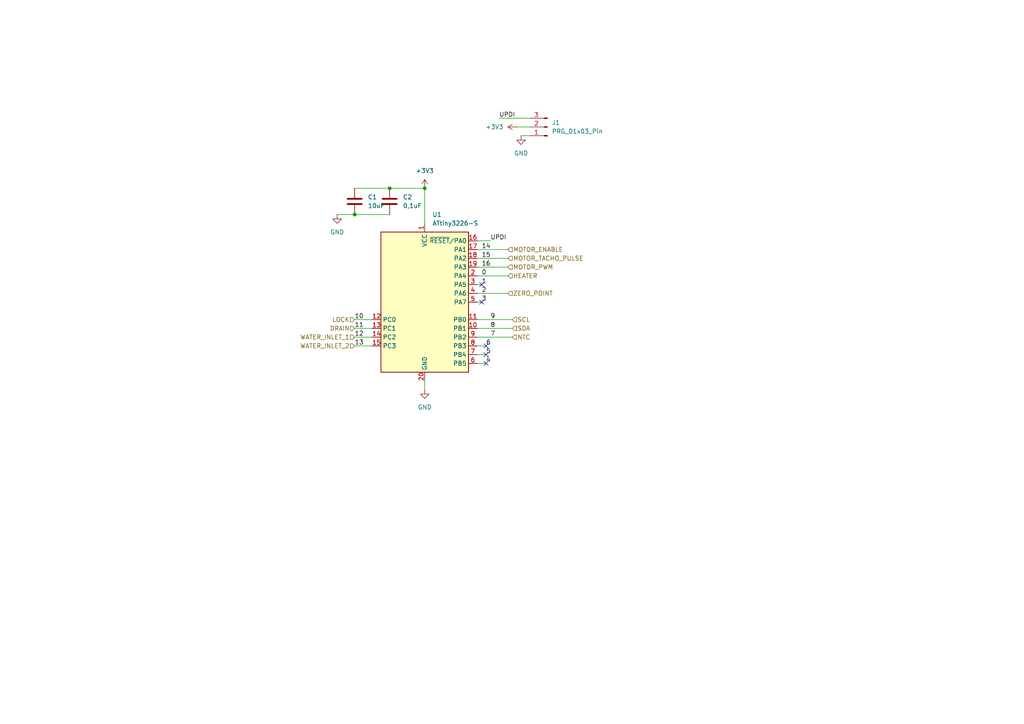
<source format=kicad_sch>
(kicad_sch (version 20231120) (generator "eeschema") (generator_version "8.0")
  (paper "A4")
  (lib_symbols
    (symbol "Connector:Conn_01x03_Pin" (pin_names (offset 1.016) hide)
      (property "Reference" "J" (at 0 5.08 0))
      (property "Value" "Conn_01x03_Pin" (at 0 -5.08 0))
      (symbol "Conn_01x03_Pin_1_1"
        (polyline (pts (xy 1.27 -2.54) (xy 0.8636 -2.54)) (stroke (width 0.1524)))
        (polyline (pts (xy 1.27 0) (xy 0.8636 0)) (stroke (width 0.1524)))
        (polyline (pts (xy 1.27 2.54) (xy 0.8636 2.54)) (stroke (width 0.1524)))
        (rectangle (start 0.8636 -2.413) (end 0 -2.667) (stroke (width 0.1524)) (fill (type outline)))
        (rectangle (start 0.8636 0.127) (end 0 -0.127) (stroke (width 0.1524)) (fill (type outline)))
        (rectangle (start 0.8636 2.667) (end 0 2.413) (stroke (width 0.1524)) (fill (type outline)))
        (pin passive line (at 5.08 2.54 180) (length 3.81) (name "Pin_1") (number "1"))
        (pin passive line (at 5.08 0 180) (length 3.81) (name "Pin_2") (number "2"))
        (pin passive line (at 5.08 -2.54 180) (length 3.81) (name "Pin_3") (number "3"))
      )
    )
    (symbol "Device:C" (pin_numbers hide) (pin_names (offset 0.254))
      (property "Reference" "C" (at 0.635 2.54 0))
      (property "Value" "C" (at 0.635 -2.54 0))
      (symbol "C_0_1"
        (polyline (pts (xy -2.032 -0.762) (xy 2.032 -0.762)) (stroke (width 0.508)))
        (polyline (pts (xy -2.032 0.762) (xy 2.032 0.762)) (stroke (width 0.508)))
      )
      (symbol "C_1_1"
        (pin passive line (at 0 3.81 270) (length 2.794) (name "~") (number "1"))
        (pin passive line (at 0 -3.81 90) (length 2.794) (name "~") (number "2"))
      )
    )
    (symbol "MCU_Microchip_ATtiny:ATtiny3226-S"
      (property "Reference" "U" (at -12.7 21.59 0))
      (property "Value" "ATtiny3226-S" (at 2.54 -21.59 0))
      (symbol "ATtiny3226-S_0_1"
        (rectangle (start -12.7 -20.32) (end 12.7 20.32) (stroke (width 0.254)) (fill (type background)))
      )
      (symbol "ATtiny3226-S_1_1"
        (pin power_in line (at 0 22.86 270) (length 2.54) (name "VCC") (number "1"))
        (pin bidirectional line (at 15.24 -7.62 180) (length 2.54) (name "PB1") (number "10"))
        (pin bidirectional line (at 15.24 -5.08 180) (length 2.54) (name "PB0") (number "11"))
        (pin bidirectional line (at -15.24 -5.08 0) (length 2.54) (name "PC0") (number "12"))
        (pin bidirectional line (at -15.24 -7.62 0) (length 2.54) (name "PC1") (number "13"))
        (pin bidirectional line (at -15.24 -10.16 0) (length 2.54) (name "PC2") (number "14"))
        (pin bidirectional line (at -15.24 -12.7 0) (length 2.54) (name "PC3") (number "15"))
        (pin bidirectional line (at 15.24 17.78 180) (length 2.54) (name "~{RESET}/PA0") (number "16"))
        (pin bidirectional line (at 15.24 15.24 180) (length 2.54) (name "PA1") (number "17"))
        (pin bidirectional line (at 15.24 12.7 180) (length 2.54) (name "PA2") (number "18"))
        (pin bidirectional line (at 15.24 10.16 180) (length 2.54) (name "PA3") (number "19"))
        (pin bidirectional line (at 15.24 7.62 180) (length 2.54) (name "PA4") (number "2"))
        (pin power_in line (at 0 -22.86 90) (length 2.54) (name "GND") (number "20"))
        (pin bidirectional line (at 15.24 5.08 180) (length 2.54) (name "PA5") (number "3"))
        (pin bidirectional line (at 15.24 2.54 180) (length 2.54) (name "PA6") (number "4"))
        (pin bidirectional line (at 15.24 0 180) (length 2.54) (name "PA7") (number "5"))
        (pin bidirectional line (at 15.24 -17.78 180) (length 2.54) (name "PB5") (number "6"))
        (pin bidirectional line (at 15.24 -15.24 180) (length 2.54) (name "PB4") (number "7"))
        (pin bidirectional line (at 15.24 -12.7 180) (length 2.54) (name "PB3") (number "8"))
        (pin bidirectional line (at 15.24 -10.16 180) (length 2.54) (name "PB2") (number "9"))
      )
    )
    (symbol "power:+3V3" (power) (pin_numbers hide) (pin_names (offset 0) hide)
      (property "Value" "+3V3" (at 0 3.556 0))
      (symbol "+3V3_0_1"
        (polyline (pts (xy -0.762 1.27) (xy 0 2.54)))
        (polyline (pts (xy 0 0) (xy 0 2.54)))
        (polyline (pts (xy 0 2.54) (xy 0.762 1.27)))
      )
      (symbol "+3V3_1_1"
        (pin power_in line (at 0 0 90) (length 0) (name "~") (number "1"))
      )
    )
    (symbol "power:GND" (power) (pin_numbers hide) (pin_names (offset 0) hide)
      (property "Value" "GND" (at 0 -3.81 0))
      (symbol "GND_0_1"
        (polyline (pts (xy 0 0) (xy 0 -1.27) (xy 1.27 -1.27) (xy 0 -2.54) (xy -1.27 -1.27) (xy 0 -1.27)))
      )
      (symbol "GND_1_1"
        (pin power_in line (at 0 0 270) (length 0) (name "~") (number "1"))
      )
    )
  )
  (junction (at 113.03 54.61))
  (junction (at 102.87 62.23))
  (junction (at 123.19 54.61))
  (no_connect (at 140.97 105.41))
  (no_connect (at 140.97 100.33))
  (no_connect (at 139.7 87.63))
  (no_connect (at 139.7 82.55))
  (no_connect (at 140.97 102.87))
  (wire (pts (xy 102.87 97.79) (xy 107.95 97.79)))
  (wire (pts (xy 102.87 54.61) (xy 113.03 54.61)))
  (wire (pts (xy 138.43 100.33) (xy 140.97 100.33)))
  (wire (pts (xy 138.43 105.41) (xy 140.97 105.41)))
  (wire (pts (xy 138.43 102.87) (xy 140.97 102.87)))
  (wire (pts (xy 138.43 74.93) (xy 147.32 74.93)))
  (wire (pts (xy 113.03 54.61) (xy 123.19 54.61)))
  (wire (pts (xy 138.43 95.25) (xy 148.59 95.25)))
  (wire (pts (xy 138.43 97.79) (xy 148.59 97.79)))
  (wire (pts (xy 138.43 80.01) (xy 147.32 80.01)))
  (wire (pts (xy 138.43 72.39) (xy 147.32 72.39)))
  (wire (pts (xy 102.87 100.33) (xy 107.95 100.33)))
  (wire (pts (xy 102.87 92.71) (xy 107.95 92.71)))
  (wire (pts (xy 102.87 62.23) (xy 113.03 62.23)))
  (wire (pts (xy 138.43 87.63) (xy 139.7 87.63)))
  (wire (pts (xy 151.13 39.37) (xy 153.67 39.37)))
  (wire (pts (xy 138.43 92.71) (xy 148.59 92.71)))
  (wire (pts (xy 138.43 82.55) (xy 139.7 82.55)))
  (wire (pts (xy 97.79 62.23) (xy 102.87 62.23)))
  (wire (pts (xy 138.43 77.47) (xy 147.32 77.47)))
  (wire (pts (xy 138.43 69.85) (xy 142.24 69.85)))
  (wire (pts (xy 138.43 85.09) (xy 147.32 85.09)))
  (wire (pts (xy 149.86 36.83) (xy 153.67 36.83)))
  (wire (pts (xy 123.19 54.61) (xy 123.19 64.77)))
  (wire (pts (xy 144.78 34.29) (xy 153.67 34.29)))
  (wire (pts (xy 102.87 95.25) (xy 107.95 95.25)))
  (wire (pts (xy 123.19 110.49) (xy 123.19 113.03)))
  (label "1" (at 139.7 82.55 0))
  (label "UPDI" (at 144.78 34.29 0))
  (label "11" (at 102.87 95.25 0))
  (label "15" (at 139.7 74.93 0))
  (label "7" (at 142.24 97.79 0))
  (label "16" (at 139.7 77.47 0))
  (label "6" (at 140.97 100.33 0))
  (label "4" (at 140.97 105.41 0))
  (label "8" (at 142.24 95.25 0))
  (label "10" (at 102.87 92.71 0))
  (label "0" (at 139.7 80.01 0))
  (label "2" (at 139.7 85.09 0))
  (label "12" (at 102.87 97.79 0))
  (label "9" (at 142.24 92.71 0))
  (label "13" (at 102.87 100.33 0))
  (label "5" (at 140.97 102.87 0))
  (label "14" (at 139.7 72.39 0))
  (label "UPDI" (at 142.24 69.85 0))
  (label "3" (at 139.7 87.63 0))
  (hierarchical_label "ZERO_POINT" (shape input) (at 147.32 85.09 0))
  (hierarchical_label "WATER_INLET_2" (shape input) (at 102.87 100.33 180))
  (hierarchical_label "SCL" (shape input) (at 148.59 92.71 0))
  (hierarchical_label "MOTOR_PWM" (shape input) (at 147.32 77.47 0))
  (hierarchical_label "LOCK" (shape input) (at 102.87 92.71 180))
  (hierarchical_label "NTC" (shape input) (at 148.59 97.79 0))
  (hierarchical_label "MOTOR_TACHO_PULSE" (shape input) (at 147.32 74.93 0))
  (hierarchical_label "DRAIN" (shape input) (at 102.87 95.25 180))
  (hierarchical_label "WATER_INLET_1" (shape input) (at 102.87 97.79 180))
  (hierarchical_label "MOTOR_ENABLE" (shape input) (at 147.32 72.39 0))
  (hierarchical_label "HEATER" (shape input) (at 147.32 80.01 0))
  (hierarchical_label "SDA" (shape input) (at 148.59 95.25 0))
  (symbol (lib_id "Device:C") (at 102.87 58.42 0) (unit 1)
    (property "Reference" "C1" (at 106.68 57.1499 0) (effects (justify left)))
    (property "Value" "10uF" (at 106.68 59.6899 0) (effects (justify left)))
    (property "Footprint" "Capacitor_THT:C_Disc_D3.0mm_W1.6mm_P2.50mm" (effects (hide yes)))
    (property "Description" "Unpolarized capacitor" (effects (hide yes)))
  )
  (symbol (lib_id "power:GND") (at 151.13 39.37 0) (unit 1)
    (property "Reference" "#PWR02" (effects (hide yes)))
    (property "Value" "GND" (at 151.13 44.45 0))
    (property "Description" "Power symbol creates a global label with name \"GND\" , ground" (effects (hide yes)))
  )
  (symbol (lib_id "power:+3V3") (at 123.19 54.61 0) (unit 1)
    (property "Reference" "#PWR04" (effects (hide yes)))
    (property "Value" "+3V3" (at 123.19 49.53 0))
    (property "Description" "Power symbol creates a global label with name \"+3V3\"" (effects (hide yes)))
  )
  (symbol (lib_id "power:GND") (at 123.19 113.03 0) (unit 1)
    (property "Reference" "#PWR06" (effects (hide yes)))
    (property "Value" "GND" (at 123.19 118.11 0))
    (property "Description" "Power symbol creates a global label with name \"GND\" , ground" (effects (hide yes)))
  )
  (symbol (lib_id "power:+3V3") (at 149.86 36.83 90) (unit 1)
    (property "Reference" "#PWR01" (effects (hide yes)))
    (property "Value" "+3V3" (at 146.05 36.8299 90) (effects (justify left)))
    (property "Description" "Power symbol creates a global label with name \"+3V3\"" (effects (hide yes)))
  )
  (symbol (lib_id "Device:C") (at 113.03 58.42 0) (unit 1)
    (property "Reference" "C2" (at 116.84 57.1499 0) (effects (justify left)))
    (property "Value" "0,1uF" (at 116.84 59.6899 0) (effects (justify left)))
    (property "Footprint" "Capacitor_THT:C_Disc_D3.0mm_W1.6mm_P2.50mm" (effects (hide yes)))
    (property "Description" "Unpolarized capacitor" (effects (hide yes)))
  )
  (symbol (lib_id "power:GND") (at 97.79 62.23 0) (unit 1)
    (property "Reference" "#PWR05" (effects (hide yes)))
    (property "Value" "GND" (at 97.79 67.31 0))
    (property "Description" "Power symbol creates a global label with name \"GND\" , ground" (effects (hide yes)))
  )
  (symbol (lib_id "Connector:Conn_01x03_Pin") (at 158.75 36.83 180) (unit 1)
    (property "Reference" "J1" (at 160.02 35.5599 0) (effects (justify right)))
    (property "Value" "PRG_01x03_Pin" (at 160.02 38.0999 0) (effects (justify right)))
    (property "Footprint" "Connector_PinHeader_2.54mm:PinHeader_1x03_P2.54mm_Vertical" (effects (hide yes)))
    (property "Description" "Generic connector, single row, 01x03, script generated" (effects (hide yes)))
  )
  (symbol (lib_id "MCU_Microchip_ATtiny:ATtiny3226-S") (at 123.19 87.63 0) (unit 1)
    (property "Reference" "U1" (at 125.3841 62.23 0) (effects (justify left)))
    (property "Value" "ATtiny3226-S" (at 125.3841 64.77 0) (effects (justify left)))
    (property "Footprint" "Package_SO:SOIC-20W_7.5x12.8mm_P1.27mm" (effects (hide yes)))
    (property "Datasheet" "https://ww1.microchip.com/downloads/en/DeviceDoc/ATtiny3224-3226-3227-Data-Sheet-DS40002345A.pdf" (effects (hide yes)))
    (property "Description" "20MHz, 32kB Flash, 3kB SRAM, 256B EEPROM, SOIC-20" (effects (hide yes)))
  )
)
</source>
